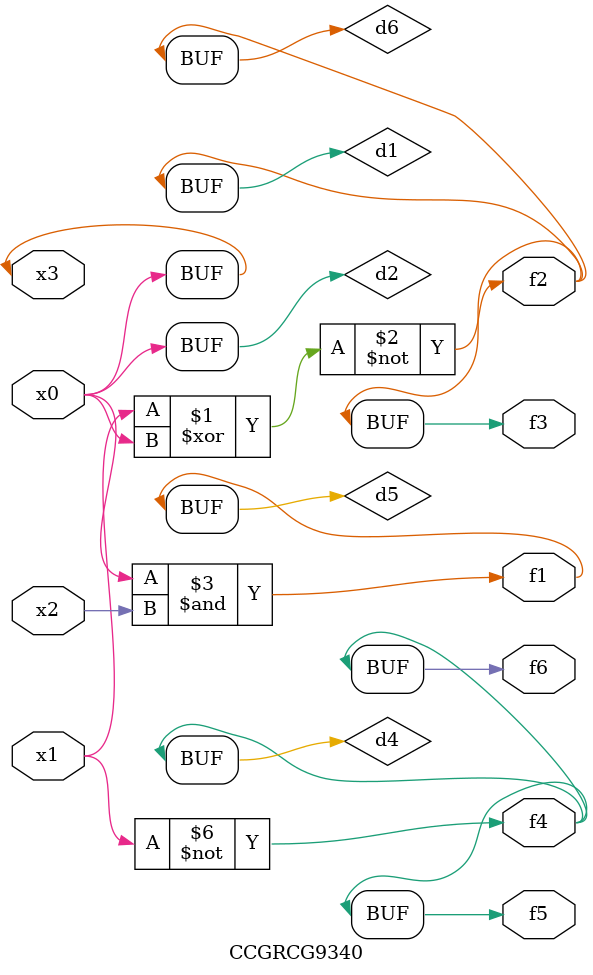
<source format=v>
module CCGRCG9340(
	input x0, x1, x2, x3,
	output f1, f2, f3, f4, f5, f6
);

	wire d1, d2, d3, d4, d5, d6;

	xnor (d1, x1, x3);
	buf (d2, x0, x3);
	nand (d3, x0, x2);
	not (d4, x1);
	nand (d5, d3);
	or (d6, d1);
	assign f1 = d5;
	assign f2 = d6;
	assign f3 = d6;
	assign f4 = d4;
	assign f5 = d4;
	assign f6 = d4;
endmodule

</source>
